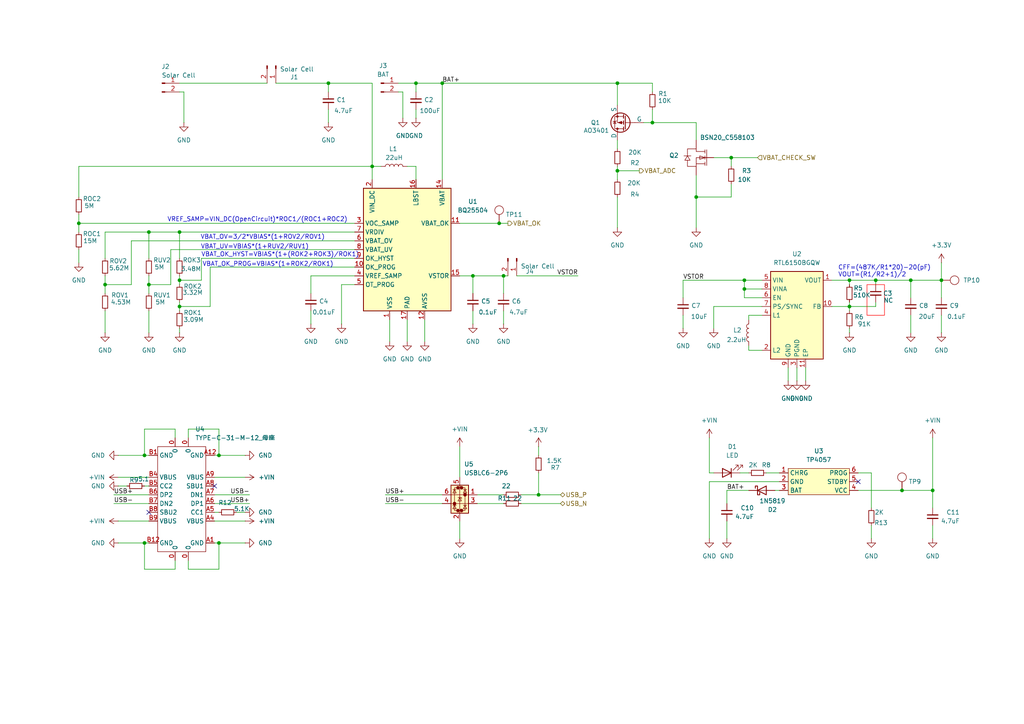
<source format=kicad_sch>
(kicad_sch (version 20231120) (generator "eeschema") (generator_version "8.0")
  (paper "A4")
  (lib_symbols
    (symbol "Battery_Management:BQ25504"
      (property "Reference" "U" (at -7.62 20.32 0))
      (property "Value" "BQ25504" (at -7.62 22.86 0))
      (symbol "BQ25504_1_1"
        (pin power_in line (at -5.08 -20.32 90) (length 2.54) (name "VSS") (number "1"))
        (pin input line (at -15.24 -5.08 0) (length 2.54) (name "OK_PROG") (number "10"))
        (pin output line (at 15.24 7.62 180) (length 2.54) (name "VBAT_OK") (number "11"))
        (pin power_in line (at 5.08 -20.32 90) (length 2.54) (name "AVSS") (number "12"))
        (pin passive line (at -5.08 -20.32 90) (length 2.54) hide (name "VSS") (number "13"))
        (pin power_out line (at 10.16 20.32 270) (length 2.54) (name "VBAT") (number "14"))
        (pin bidirectional line (at 15.24 -7.62 180) (length 2.54) (name "VSTOR") (number "15"))
        (pin bidirectional line (at 2.54 20.32 270) (length 2.54) (name "LBST") (number "16"))
        (pin passive line (at 0 -20.32 90) (length 2.54) (name "PAD") (number "17"))
        (pin power_in line (at -10.16 20.32 270) (length 2.54) (name "VIN_DC") (number "2"))
        (pin input line (at -15.24 7.62 0) (length 2.54) (name "VOC_SAMP") (number "3"))
        (pin bidirectional line (at -15.24 -7.62 0) (length 2.54) (name "VREF_SAMP") (number "4"))
        (pin input line (at -15.24 -10.16 0) (length 2.54) (name "OT_PROG") (number "5"))
        (pin input line (at -15.24 2.54 0) (length 2.54) (name "VBAT_OV") (number "6"))
        (pin output line (at -15.24 5.08 0) (length 2.54) (name "VRDIV") (number "7"))
        (pin input line (at -15.24 0 0) (length 2.54) (name "VBAT_UV") (number "8"))
        (pin input line (at -15.24 -2.54 0) (length 2.54) (name "OK_HYST") (number "9"))
      )
    )
    (symbol "Connector:Conn_01x02_Pin" (pin_names (offset 1.016) hide)
      (property "Reference" "J" (at 0 2.54 0))
      (property "Value" "Conn_01x02_Pin" (at 0 -5.08 0))
      (symbol "Conn_01x02_Pin_1_1"
        (pin passive line (at 5.08 0 180) (length 3.81) (name "Pin_1") (number "1"))
        (pin passive line (at 5.08 -2.54 180) (length 3.81) (name "Pin_2") (number "2"))
      )
    )
    (symbol "Device:C_Small" (pin_numbers hide) (pin_names (offset 0.254) hide)
      (property "Reference" "C" (at 0.254 1.778 0))
      (property "Value" "C_Small" (at 0.254 -2.032 0))
      (symbol "C_Small_1_1"
        (pin passive line (at 0 2.54 270) (length 2.032) (name "~") (number "1"))
        (pin passive line (at 0 -2.54 90) (length 2.032) (name "~") (number "2"))
      )
    )
    (symbol "Device:D_Schottky" (pin_numbers hide) (pin_names (offset 1.016) hide)
      (property "Reference" "D" (at 0 2.54 0))
      (property "Value" "D_Schottky" (at 0 -2.54 0))
      (symbol "D_Schottky_1_1"
        (pin passive line (at -3.81 0 0) (length 2.54) (name "K") (number "1"))
        (pin passive line (at 3.81 0 180) (length 2.54) (name "A") (number "2"))
      )
    )
    (symbol "Device:L" (pin_numbers hide) (pin_names (offset 1.016) hide)
      (property "Reference" "L" (at -1.27 0 90))
      (property "Value" "L" (at 1.905 0 90))
      (symbol "L_1_1"
        (pin passive line (at 0 3.81 270) (length 1.27) (name "1") (number "1"))
        (pin passive line (at 0 -3.81 90) (length 1.27) (name "2") (number "2"))
      )
    )
    (symbol "Device:LED" (pin_numbers hide) (pin_names (offset 1.016) hide)
      (property "Reference" "D" (at 0 2.54 0))
      (property "Value" "LED" (at 0 -2.54 0))
      (symbol "LED_1_1"
        (pin passive line (at -3.81 0 0) (length 2.54) (name "K") (number "1"))
        (pin passive line (at 3.81 0 180) (length 2.54) (name "A") (number "2"))
      )
    )
    (symbol "Device:R_Small" (pin_numbers hide) (pin_names (offset 0.254) hide)
      (property "Reference" "R" (at 0.762 0.508 0))
      (property "Value" "R_Small" (at 0.762 -1.016 0))
      (symbol "R_Small_1_1"
        (pin passive line (at 0 2.54 270) (length 0.762) (name "~") (number "1"))
        (pin passive line (at 0 -2.54 90) (length 0.762) (name "~") (number "2"))
      )
    )
    (symbol "My_Library:BSN20_C558103" (pin_numbers hide) (pin_names (offset 1.016) hide)
      (property "Reference" "Q" (at 0 0 0))
      (property "Value" "BSN20_C558103" (at 0 0 0))
      (symbol "BSN20_C558103_1_1"
        (pin input line (at -5.08 0 0) (length 2.54) (name "G") (number "1"))
        (pin input line (at 0 -5.08 90) (length 2.54) (name "S") (number "2"))
        (pin input line (at 0 5.08 270) (length 2.54) (name "D") (number "3"))
      )
    )
    (symbol "My_Library:TP" (pin_numbers hide)
      (property "Reference" "TP" (at -2.54 -2.54 0))
      (symbol "TP_1_1"
        (pin passive line (at 0 -1.27 90) (length 2.54) (name "") (number "1"))
      )
    )
    (symbol "My_Library:TYPE-C-31-M-12_母座"
      (property "Reference" "U" (at -8.89 17.78 0))
      (property "Value" "TYPE-C-31-M-12_母座" (at 1.27 -24.13 0))
      (symbol "TYPE-C-31-M-12_母座_1_1"
        (pin passive line (at -1.27 -19.05 90) (length 2.54) (name "0") (number "0"))
        (pin passive line (at -1.27 16.51 270) (length 2.54) (name "0") (number "0"))
        (pin passive line (at 2.54 -19.05 90) (length 2.54) (name "0") (number "0"))
        (pin passive line (at 2.54 16.51 270) (length 2.54) (name "0") (number "0"))
        (pin passive line (at 10.16 -13.97 180) (length 2.54) (name "GND") (number "A1"))
        (pin passive line (at 10.16 11.43 180) (length 2.54) (name "GND") (number "A12"))
        (pin passive line (at 10.16 -7.62 180) (length 2.54) (name "VBUS") (number "A4"))
        (pin passive line (at 10.16 -5.08 180) (length 2.54) (name "CC1") (number "A5"))
        (pin passive line (at 10.16 -2.54 180) (length 2.54) (name "DP1") (number "A6"))
        (pin passive line (at 10.16 0 180) (length 2.54) (name "DN1") (number "A7"))
        (pin passive line (at 10.16 2.54 180) (length 2.54) (name "SBU1") (number "A8"))
        (pin passive line (at 10.16 5.08 180) (length 2.54) (name "VBUS") (number "A9"))
        (pin passive line (at -8.89 11.43 0) (length 2.54) (name "GND") (number "B1"))
        (pin passive line (at -8.89 -13.97 0) (length 2.54) (name "GND") (number "B12"))
        (pin passive line (at -8.89 5.08 0) (length 2.54) (name "VBUS") (number "B4"))
        (pin passive line (at -8.89 2.54 0) (length 2.54) (name "CC2") (number "B5"))
        (pin passive line (at -8.89 0 0) (length 2.54) (name "DP2") (number "B6"))
        (pin passive line (at -8.89 -2.54 0) (length 2.54) (name "DN2") (number "B7"))
        (pin passive line (at -8.89 -5.08 0) (length 2.54) (name "SBU2") (number "B8"))
        (pin passive line (at -8.89 -7.62 0) (length 2.54) (name "VBUS") (number "B9"))
      )
    )
    (symbol "My_Power_Library:RTL6150BGQW"
      (property "Reference" "U" (at -7.62 13.97 0))
      (property "Value" "RTL6150BGQW" (at 5.08 13.97 0))
      (symbol "RTL6150BGQW_1_1"
        (pin power_out line (at 10.16 10.16 180) (length 2.54) (name "VOUT") (number "1"))
        (pin input line (at 10.16 2.54 180) (length 2.54) (name "FB") (number "10"))
        (pin passive line (at 2.54 -15.24 90) (length 2.54) (name "EP") (number "11"))
        (pin input line (at -10.16 -10.16 0) (length 2.54) (name "L2") (number "2"))
        (pin power_in line (at 0 -15.24 90) (length 2.54) (name "PGND") (number "3"))
        (pin input line (at -10.16 0 0) (length 2.54) (name "L1") (number "4"))
        (pin power_in line (at -10.16 10.16 0) (length 2.54) (name "VIN") (number "5"))
        (pin input line (at -10.16 5.08 0) (length 2.54) (name "EN") (number "6"))
        (pin input line (at -10.16 2.54 0) (length 2.54) (name "PS/SYNC") (number "7"))
        (pin power_in line (at -10.16 7.62 0) (length 2.54) (name "VINA") (number "8"))
        (pin power_in line (at -2.54 -15.24 90) (length 2.54) (name "GND") (number "9"))
      )
    )
    (symbol "My_Power_Library:TP4057"
      (property "Reference" "U" (at 5.588 7.112 0))
      (property "Value" "TP4057" (at 0.254 6.858 0))
      (symbol "TP4057_1_1"
        (pin passive line (at -11.43 3.81 0) (length 2.54) (name "CHRG") (number "1"))
        (pin passive line (at -11.43 1.27 0) (length 2.54) (name "GND") (number "2"))
        (pin passive line (at -11.43 -1.27 0) (length 2.54) (name "BAT") (number "3"))
        (pin passive line (at 11.43 -1.27 180) (length 2.54) (name "VCC") (number "4"))
        (pin passive line (at 11.43 1.27 180) (length 2.54) (name "STDBY") (number "5"))
        (pin passive line (at 11.43 3.81 180) (length 2.54) (name "PROG") (number "6"))
      )
    )
    (symbol "My_Transistor_Library:AO3401" (pin_numbers hide) (pin_names (offset 0))
      (property "Reference" "Q" (at 5.08 1.27 0))
      (property "Value" "AO3401" (at 5.08 -1.27 0))
      (symbol "AO3401_1_1"
        (pin input line (at -5.08 0 0) (length 2.54) (name "G") (number "1"))
        (pin passive line (at 2.54 -5.08 90) (length 2.54) (name "S") (number "2"))
        (pin passive line (at 2.54 5.08 270) (length 2.54) (name "D") (number "3"))
      )
    )
    (symbol "Power_Protection:USBLC6-2P6" (pin_names hide)
      (property "Reference" "U" (at 0.635 5.715 0))
      (property "Value" "USBLC6-2P6" (at 0.635 3.81 0))
      (symbol "USBLC6-2P6_1_1"
        (pin passive line (at -5.08 0 0) (length 2.54) (name "I/O1") (number "1"))
        (pin passive line (at 0 -7.62 90) (length 2.54) (name "GND") (number "2"))
        (pin passive line (at -5.08 -2.54 0) (length 2.54) (name "I/O2") (number "3"))
        (pin passive line (at 5.08 -2.54 180) (length 2.54) (name "I/O2") (number "4"))
        (pin passive line (at 0 5.08 270) (length 2.54) (name "VBUS") (number "5"))
        (pin passive line (at 5.08 0 180) (length 2.54) (name "I/O1") (number "6"))
      )
    )
    (symbol "power:+3.3V" (power) (pin_numbers hide) (pin_names (offset 0) hide)
      (property "Value" "+3.3V" (at 0 3.556 0))
      (symbol "+3.3V_1_1"
        (pin power_in line (at 0 0 90) (length 0) (name "~") (number "1"))
      )
    )
    (symbol "power:+9V" (power) (pin_numbers hide) (pin_names (offset 0) hide)
      (property "Value" "+9V" (at 0 3.556 0))
      (symbol "+9V_1_1"
        (pin power_in line (at 0 0 90) (length 0) (name "~") (number "1"))
      )
    )
    (symbol "power:GND" (power) (pin_numbers hide) (pin_names (offset 0) hide)
      (property "Value" "GND" (at 0 -3.81 0))
      (symbol "GND_1_1"
        (pin power_in line (at 0 0 270) (length 0) (name "~") (number "1"))
      )
    )
  )
  (junction (at 179.07 24.13))
  (junction (at 95.25 24.13))
  (junction (at 212.09 45.72))
  (junction (at 246.38 88.9))
  (junction (at 43.18 67.31))
  (junction (at 261.62 142.24))
  (junction (at 146.05 80.01))
  (junction (at 43.18 82.55))
  (junction (at 120.65 24.13))
  (junction (at 156.21 143.51))
  (junction (at 41.91 157.48))
  (junction (at 128.27 24.13))
  (junction (at 63.5 132.08))
  (junction (at 215.9 83.82))
  (junction (at 201.93 57.15))
  (junction (at 270.51 142.24))
  (junction (at 254 81.28))
  (junction (at 273.05 81.28))
  (junction (at 30.48 82.55))
  (junction (at 63.5 157.48))
  (junction (at 246.38 81.28))
  (junction (at 52.07 81.28))
  (junction (at 264.16 81.28))
  (junction (at 144.78 64.77))
  (junction (at 189.23 35.56))
  (junction (at 22.86 64.77))
  (junction (at 137.16 80.01))
  (junction (at 107.95 48.26))
  (junction (at 52.07 67.31))
  (junction (at 41.91 132.08))
  (junction (at 179.07 49.53))
  (junction (at 215.9 81.28))
  (junction (at 52.07 88.9))
  (no_connect (at 62.23 140.97))
  (no_connect (at 248.92 139.7))
  (no_connect (at 43.18 148.59))
  (wire (pts (xy 215.9 86.36) (xy 215.9 83.82)))
  (wire (pts (xy 120.65 48.26) (xy 118.11 48.26)))
  (wire (pts (xy 43.18 90.17) (xy 43.18 96.52)))
  (wire (pts (xy 137.16 93.98) (xy 137.16 90.17)))
  (wire (pts (xy 43.18 67.31) (xy 43.18 74.93)))
  (wire (pts (xy 33.02 143.51) (xy 43.18 143.51)))
  (wire (pts (xy 156.21 137.16) (xy 156.21 143.51)))
  (wire (pts (xy 273.05 76.2) (xy 273.05 81.28)))
  (wire (pts (xy 72.39 143.51) (xy 62.23 143.51)))
  (wire (pts (xy 210.82 142.24) (xy 210.82 146.05)))
  (wire (pts (xy 224.79 142.24) (xy 226.06 142.24)))
  (wire (pts (xy 80.01 24.13) (xy 95.25 24.13)))
  (wire (pts (xy 95.25 24.13) (xy 107.95 24.13)))
  (wire (pts (xy 63.5 124.46) (xy 54.61 124.46)))
  (wire (pts (xy 246.38 88.9) (xy 246.38 90.17)))
  (wire (pts (xy 99.06 82.55) (xy 99.06 93.98)))
  (wire (pts (xy 123.19 92.71) (xy 123.19 99.06)))
  (wire (pts (xy 38.1 69.85) (xy 102.87 69.85)))
  (wire (pts (xy 107.95 48.26) (xy 110.49 48.26)))
  (wire (pts (xy 63.5 165.1) (xy 54.61 165.1)))
  (wire (pts (xy 179.07 57.15) (xy 179.07 66.04)))
  (wire (pts (xy 102.87 80.01) (xy 90.17 80.01)))
  (wire (pts (xy 49.53 72.39) (xy 49.53 82.55)))
  (wire (pts (xy 116.84 26.67) (xy 116.84 34.29)))
  (wire (pts (xy 189.23 35.56) (xy 186.69 35.56)))
  (wire (pts (xy 102.87 77.47) (xy 60.96 77.47)))
  (wire (pts (xy 120.65 34.29) (xy 120.65 31.75)))
  (wire (pts (xy 52.07 24.13) (xy 77.47 24.13)))
  (wire (pts (xy 215.9 81.28) (xy 220.98 81.28)))
  (wire (pts (xy 254 88.9) (xy 246.38 88.9)))
  (wire (pts (xy 71.12 132.08) (xy 63.5 132.08)))
  (wire (pts (xy 22.86 48.26) (xy 107.95 48.26)))
  (wire (pts (xy 62.23 157.48) (xy 63.5 157.48)))
  (wire (pts (xy 43.18 82.55) (xy 49.53 82.55)))
  (wire (pts (xy 246.38 81.28) (xy 254 81.28)))
  (wire (pts (xy 133.35 151.13) (xy 133.35 156.21)))
  (wire (pts (xy 151.13 146.05) (xy 162.56 146.05)))
  (wire (pts (xy 205.74 127) (xy 205.74 137.16)))
  (wire (pts (xy 63.5 157.48) (xy 63.5 165.1)))
  (wire (pts (xy 210.82 142.24) (xy 217.17 142.24)))
  (wire (pts (xy 107.95 24.13) (xy 107.95 48.26)))
  (wire (pts (xy 30.48 67.31) (xy 43.18 67.31)))
  (wire (pts (xy 22.86 48.26) (xy 22.86 57.15)))
  (wire (pts (xy 273.05 96.52) (xy 273.05 91.44)))
  (wire (pts (xy 90.17 80.01) (xy 90.17 85.09)))
  (wire (pts (xy 138.43 143.51) (xy 146.05 143.51)))
  (wire (pts (xy 246.38 88.9) (xy 241.3 88.9)))
  (wire (pts (xy 22.86 67.31) (xy 22.86 64.77)))
  (wire (pts (xy 58.42 74.93) (xy 58.42 81.28)))
  (wire (pts (xy 90.17 90.17) (xy 90.17 93.98)))
  (wire (pts (xy 115.57 24.13) (xy 120.65 24.13)))
  (wire (pts (xy 120.65 24.13) (xy 120.65 26.67)))
  (wire (pts (xy 30.48 82.55) (xy 30.48 85.09)))
  (wire (pts (xy 264.16 81.28) (xy 273.05 81.28)))
  (wire (pts (xy 38.1 82.55) (xy 38.1 69.85)))
  (wire (pts (xy 179.07 48.26) (xy 179.07 49.53)))
  (wire (pts (xy 231.14 110.49) (xy 231.14 106.68)))
  (wire (pts (xy 111.76 143.51) (xy 128.27 143.51)))
  (wire (pts (xy 261.62 142.24) (xy 270.51 142.24)))
  (wire (pts (xy 30.48 82.55) (xy 38.1 82.55)))
  (wire (pts (xy 60.96 77.47) (xy 60.96 88.9)))
  (wire (pts (xy 179.07 24.13) (xy 179.07 30.48)))
  (wire (pts (xy 246.38 96.52) (xy 246.38 95.25)))
  (wire (pts (xy 111.76 146.05) (xy 128.27 146.05)))
  (wire (pts (xy 156.21 143.51) (xy 162.56 143.51)))
  (wire (pts (xy 264.16 81.28) (xy 264.16 86.36)))
  (wire (pts (xy 252.73 137.16) (xy 252.73 147.32)))
  (wire (pts (xy 198.12 95.25) (xy 198.12 91.44)))
  (wire (pts (xy 71.12 157.48) (xy 63.5 157.48)))
  (wire (pts (xy 156.21 129.54) (xy 156.21 132.08)))
  (wire (pts (xy 62.23 138.43) (xy 71.12 138.43)))
  (wire (pts (xy 246.38 87.63) (xy 246.38 88.9)))
  (wire (pts (xy 52.07 87.63) (xy 52.07 88.9)))
  (wire (pts (xy 179.07 49.53) (xy 179.07 52.07)))
  (wire (pts (xy 248.92 142.24) (xy 261.62 142.24)))
  (wire (pts (xy 52.07 96.52) (xy 52.07 95.25)))
  (wire (pts (xy 246.38 81.28) (xy 246.38 82.55)))
  (wire (pts (xy 254 81.28) (xy 254 82.55)))
  (wire (pts (xy 137.16 80.01) (xy 137.16 85.09)))
  (wire (pts (xy 228.6 110.49) (xy 228.6 106.68)))
  (wire (pts (xy 264.16 96.52) (xy 264.16 91.44)))
  (wire (pts (xy 254 87.63) (xy 254 88.9)))
  (wire (pts (xy 205.74 139.7) (xy 205.74 156.21)))
  (wire (pts (xy 189.23 31.75) (xy 189.23 35.56)))
  (wire (pts (xy 226.06 139.7) (xy 205.74 139.7)))
  (wire (pts (xy 33.02 146.05) (xy 43.18 146.05)))
  (wire (pts (xy 118.11 92.71) (xy 118.11 99.06)))
  (wire (pts (xy 205.74 137.16) (xy 207.01 137.16)))
  (wire (pts (xy 241.3 81.28) (xy 246.38 81.28)))
  (wire (pts (xy 233.68 110.49) (xy 233.68 106.68)))
  (wire (pts (xy 198.12 81.28) (xy 215.9 81.28)))
  (wire (pts (xy 41.91 132.08) (xy 41.91 124.46)))
  (wire (pts (xy 201.93 57.15) (xy 212.09 57.15)))
  (wire (pts (xy 220.98 101.6) (xy 217.17 101.6)))
  (wire (pts (xy 102.87 82.55) (xy 99.06 82.55)))
  (wire (pts (xy 254 81.28) (xy 264.16 81.28)))
  (wire (pts (xy 43.18 80.01) (xy 43.18 82.55)))
  (wire (pts (xy 34.29 140.97) (xy 36.83 140.97)))
  (wire (pts (xy 30.48 80.01) (xy 30.48 82.55)))
  (wire (pts (xy 30.48 90.17) (xy 30.48 96.52)))
  (wire (pts (xy 207.01 88.9) (xy 207.01 95.25)))
  (wire (pts (xy 68.58 148.59) (xy 71.12 148.59)))
  (wire (pts (xy 54.61 165.1) (xy 54.61 162.56)))
  (wire (pts (xy 215.9 83.82) (xy 215.9 81.28)))
  (wire (pts (xy 102.87 74.93) (xy 58.42 74.93)))
  (wire (pts (xy 52.07 67.31) (xy 102.87 67.31)))
  (wire (pts (xy 63.5 132.08) (xy 63.5 124.46)))
  (wire (pts (xy 41.91 157.48) (xy 43.18 157.48)))
  (wire (pts (xy 222.25 137.16) (xy 226.06 137.16)))
  (wire (pts (xy 146.05 80.01) (xy 137.16 80.01)))
  (wire (pts (xy 210.82 151.13) (xy 210.82 156.21)))
  (wire (pts (xy 220.98 88.9) (xy 207.01 88.9)))
  (wire (pts (xy 270.51 127) (xy 270.51 142.24)))
  (wire (pts (xy 201.93 57.15) (xy 201.93 66.04)))
  (wire (pts (xy 22.86 62.23) (xy 22.86 64.77)))
  (wire (pts (xy 52.07 81.28) (xy 58.42 81.28)))
  (wire (pts (xy 49.53 72.39) (xy 102.87 72.39)))
  (wire (pts (xy 146.05 80.01) (xy 146.05 85.09)))
  (wire (pts (xy 54.61 124.46) (xy 54.61 127)))
  (wire (pts (xy 34.29 138.43) (xy 43.18 138.43)))
  (wire (pts (xy 120.65 52.07) (xy 120.65 48.26)))
  (wire (pts (xy 146.05 146.05) (xy 138.43 146.05)))
  (wire (pts (xy 52.07 67.31) (xy 52.07 74.93)))
  (wire (pts (xy 270.51 142.24) (xy 270.51 147.32)))
  (wire (pts (xy 212.09 57.15) (xy 212.09 53.34)))
  (wire (pts (xy 214.63 137.16) (xy 217.17 137.16)))
  (wire (pts (xy 34.29 151.13) (xy 43.18 151.13)))
  (wire (pts (xy 201.93 50.8) (xy 201.93 57.15)))
  (wire (pts (xy 185.42 49.53) (xy 179.07 49.53)))
  (wire (pts (xy 144.78 64.77) (xy 147.32 64.77)))
  (wire (pts (xy 22.86 72.39) (xy 22.86 76.2)))
  (wire (pts (xy 43.18 82.55) (xy 43.18 85.09)))
  (wire (pts (xy 201.93 35.56) (xy 189.23 35.56)))
  (wire (pts (xy 41.91 132.08) (xy 43.18 132.08)))
  (wire (pts (xy 62.23 148.59) (xy 63.5 148.59)))
  (wire (pts (xy 179.07 24.13) (xy 189.23 24.13)))
  (wire (pts (xy 220.98 86.36) (xy 215.9 86.36)))
  (wire (pts (xy 72.39 146.05) (xy 62.23 146.05)))
  (wire (pts (xy 217.17 91.44) (xy 217.17 92.71)))
  (wire (pts (xy 212.09 48.26) (xy 212.09 45.72)))
  (wire (pts (xy 128.27 52.07) (xy 128.27 24.13)))
  (wire (pts (xy 273.05 81.28) (xy 273.05 86.36)))
  (wire (pts (xy 147.32 80.01) (xy 146.05 80.01)))
  (wire (pts (xy 189.23 24.13) (xy 189.23 26.67)))
  (wire (pts (xy 198.12 81.28) (xy 198.12 86.36)))
  (wire (pts (xy 120.65 24.13) (xy 128.27 24.13)))
  (wire (pts (xy 52.07 88.9) (xy 60.96 88.9)))
  (wire (pts (xy 30.48 67.31) (xy 30.48 74.93)))
  (wire (pts (xy 252.73 152.4) (xy 252.73 156.21)))
  (wire (pts (xy 52.07 81.28) (xy 52.07 82.55)))
  (wire (pts (xy 62.23 132.08) (xy 63.5 132.08)))
  (wire (pts (xy 116.84 26.67) (xy 115.57 26.67)))
  (wire (pts (xy 107.95 48.26) (xy 107.95 52.07)))
  (wire (pts (xy 53.34 26.67) (xy 53.34 35.56)))
  (wire (pts (xy 34.29 157.48) (xy 41.91 157.48)))
  (wire (pts (xy 41.91 165.1) (xy 50.8 165.1)))
  (wire (pts (xy 62.23 151.13) (xy 71.12 151.13)))
  (wire (pts (xy 128.27 24.13) (xy 179.07 24.13)))
  (wire (pts (xy 50.8 165.1) (xy 50.8 162.56)))
  (wire (pts (xy 212.09 45.72) (xy 207.01 45.72)))
  (wire (pts (xy 133.35 129.54) (xy 133.35 138.43)))
  (wire (pts (xy 52.07 80.01) (xy 52.07 81.28)))
  (wire (pts (xy 41.91 140.97) (xy 43.18 140.97)))
  (wire (pts (xy 146.05 93.98) (xy 146.05 90.17)))
  (wire (pts (xy 179.07 40.64) (xy 179.07 43.18)))
  (wire (pts (xy 167.64 80.01) (xy 149.86 80.01)))
  (wire (pts (xy 52.07 88.9) (xy 52.07 90.17)))
  (wire (pts (xy 43.18 67.31) (xy 52.07 67.31)))
  (wire (pts (xy 220.98 91.44) (xy 217.17 91.44)))
  (wire (pts (xy 34.29 132.08) (xy 41.91 132.08)))
  (wire (pts (xy 53.34 26.67) (xy 52.07 26.67)))
  (wire (pts (xy 95.25 35.56) (xy 95.25 31.75)))
  (wire (pts (xy 151.13 143.51) (xy 156.21 143.51)))
  (wire (pts (xy 113.03 92.71) (xy 113.03 99.06)))
  (wire (pts (xy 248.92 137.16) (xy 252.73 137.16)))
  (wire (pts (xy 217.17 101.6) (xy 217.17 100.33)))
  (wire (pts (xy 212.09 45.72) (xy 219.71 45.72)))
  (wire (pts (xy 137.16 80.01) (xy 133.35 80.01)))
  (wire (pts (xy 41.91 124.46) (xy 50.8 124.46)))
  (wire (pts (xy 95.25 24.13) (xy 95.25 26.67)))
  (wire (pts (xy 41.91 157.48) (xy 41.91 165.1)))
  (wire (pts (xy 201.93 40.64) (xy 201.93 35.56)))
  (wire (pts (xy 133.35 64.77) (xy 144.78 64.77)))
  (wire (pts (xy 270.51 152.4) (xy 270.51 156.21)))
  (wire (pts (xy 22.86 64.77) (xy 102.87 64.77)))
  (wire (pts (xy 50.8 124.46) (xy 50.8 127)))
  (wire (pts (xy 220.98 83.82) (xy 215.9 83.82)))
  (rectangle (start 251.46 82.55) (end 256.54 91.44) (stroke (width 0) (color 255 0 0 1)))
  (text "VBAT_OV=3/2*VBIAS*(1+ROV2/ROV1)" (at 76.2 68.834 0) (effects (font (size 1.27 1.27))))
  (text "VREF_SAMP=VIN_DC(OpenCircuit)*ROC1/(ROC1+ROC2)" (at 74.676 63.754 0) (effects (font (size 1.27 1.27))))
  (text "VOUT=(R1/R2+1)/2" (at 252.984 79.756 0) (effects (font (size 1.27 1.27))))
  (text "CFF=(487K/R1*20)-20(pF)" (at 256.54 77.724 0) (effects (font (size 1.27 1.27))))
  (text "VBAT_OK_HYST=VBIAS*(1+(ROK2+ROK3)/ROK1)" (at 81.28 73.914 0) (effects (font (size 1.27 1.27))))
  (text "VBAT_UV=VBIAS*(1+RUV2/RUV1)" (at 73.914 71.628 0) (effects (font (size 1.27 1.27))))
  (text "VBAT_OK_PROG=VBIAS*(1+ROK2/ROK1)" (at 77.724 76.708 0) (effects (font (size 1.27 1.27))))
  (label "VSTOR" (at 198.12 81.28 0))
  (label "VSTOR" (at 167.64 80.01 180))
  (label "BAT+" (at 128.27 24.13 0))
  (label "BAT+" (at 210.82 142.24 0))
  (label "USB-" (at 72.39 143.51 180))
  (label "USB+" (at 33.02 143.51 0))
  (label "USB-" (at 33.02 146.05 0))
  (label "USB+" (at 72.39 146.05 180))
  (label "USB+" (at 111.76 143.51 0))
  (label "USB-" (at 111.76 146.05 0))
  (hierarchical_label "VBAT_ADC" (shape output) (at 185.42 49.53 0))
  (hierarchical_label "VBAT_CHECK_SW" (shape input) (at 219.71 45.72 0))
  (hierarchical_label "USB_P" (shape bidirectional) (at 162.56 143.51 0))
  (hierarchical_label "VBAT_OK" (shape output) (at 147.32 64.77 0))
  (hierarchical_label "USB_N" (shape bidirectional) (at 162.56 146.05 0))
  (symbol (lib_id "power:GND") (at 201.93 66.04 0) (mirror y) (unit 1)
    (property "Reference" "#PWR06" (effects (hide yes)))
    (property "Value" "GND" (at 201.93 71.12 0))
    (property "Description" "Power symbol creates a global label with name \"GND\" , ground" (effects (hide yes)))
  )
  (symbol (lib_id "Device:C_Small") (at 270.51 149.86 0) (mirror y) (unit 1)
    (property "Reference" "C11" (at 278.384 148.59 0) (effects (justify left)))
    (property "Value" "4.7uF" (at 278.384 151.1237 0) (effects (justify left)))
    (property "Footprint" "Capacitor_SMD:C_0603_1608Metric" (effects (hide yes)))
    (property "Description" "Unpolarized capacitor, small symbol" (effects (hide yes)))
  )
  (symbol (lib_id "Device:R_Small") (at 219.71 137.16 90) (unit 1)
    (property "Reference" "R8" (at 222.25 134.874 90))
    (property "Value" "2K" (at 218.44 134.874 90))
    (property "Footprint" "Resistor_SMD:R_0603_1608Metric" (effects (hide yes)))
    (property "Description" "Resistor, small symbol" (effects (hide yes)))
  )
  (symbol (lib_id "My_Power_Library:TP4057") (at 237.49 140.97 0) (unit 1)
    (property "Reference" "U3" (at 237.49 130.81 0))
    (property "Value" "TP4057" (at 237.49 133.35 0))
    (property "Footprint" "Package_TO_SOT_SMD:SOT-23-6" (effects (hide yes)))
  )
  (symbol (lib_id "Device:C_Small") (at 137.16 87.63 0) (mirror y) (unit 1)
    (property "Reference" "C5" (at 142.24 87.376 0) (effects (justify left)))
    (property "Value" "0.1uF" (at 144.272 90.5447 0) (effects (justify left)))
    (property "Footprint" "Capacitor_SMD:C_0603_1608Metric" (effects (hide yes)))
    (property "Description" "Unpolarized capacitor, small symbol" (effects (hide yes)))
  )
  (symbol (lib_id "power:GND") (at 231.14 110.49 0) (unit 1)
    (property "Reference" "#PWR025" (effects (hide yes)))
    (property "Value" "GND" (at 231.14 115.57 0))
    (property "Description" "Power symbol creates a global label with name \"GND\" , ground" (effects (hide yes)))
  )
  (symbol (lib_id "power:+9V") (at 34.29 151.13 90) (unit 1)
    (property "Reference" "#PWR037" (effects (hide yes)))
    (property "Value" "+VIN" (at 30.48 151.1299 90) (effects (justify left)))
    (property "Description" "Power symbol creates a global label with name \"+9V\"" (effects (hide yes)))
  )
  (symbol (lib_id "Device:C_Small") (at 264.16 88.9 0) (mirror y) (unit 1)
    (property "Reference" "C8" (at 269.24 88.646 0) (effects (justify left)))
    (property "Value" "20uF" (at 271.272 91.8147 0) (effects (justify left)))
    (property "Footprint" "Capacitor_SMD:C_0603_1608Metric" (effects (hide yes)))
    (property "Description" "Unpolarized capacitor, small symbol" (effects (hide yes)))
  )
  (symbol (lib_id "Device:R_Small") (at 148.59 146.05 90) (unit 1)
    (property "Reference" "R11" (at 146.304 144.526 90))
    (property "Value" "22" (at 150.114 144.526 90))
    (property "Footprint" "Resistor_SMD:R_0603_1608Metric" (effects (hide yes)))
    (property "Description" "Resistor, small symbol" (effects (hide yes)))
  )
  (symbol (lib_id "Device:C_Small") (at 254 85.09 0) (mirror y) (unit 1) (on_board no)
    (property "Reference" "C3" (at 258.826 85.09 0) (effects (justify left)))
    (property "Value" "NC" (at 259.08 87.122 0) (effects (justify left)))
    (property "Footprint" "Capacitor_SMD:C_0603_1608Metric" (effects (hide yes)))
    (property "Description" "Unpolarized capacitor, small symbol" (effects (hide yes)))
  )
  (symbol (lib_id "power:GND") (at 95.25 35.56 0) (unit 1)
    (property "Reference" "#PWR04" (effects (hide yes)))
    (property "Value" "GND" (at 95.25 40.64 0))
    (property "Description" "Power symbol creates a global label with name \"GND\" , ground" (effects (hide yes)))
  )
  (symbol (lib_id "power:GND") (at 71.12 148.59 90) (mirror x) (unit 1)
    (property "Reference" "#PWR036" (effects (hide yes)))
    (property "Value" "GND" (at 74.93 148.5899 90) (effects (justify right)))
    (property "Description" "Power symbol creates a global label with name \"GND\" , ground" (effects (hide yes)))
  )
  (symbol (lib_id "power:GND") (at 207.01 95.25 0) (unit 1)
    (property "Reference" "#PWR014" (effects (hide yes)))
    (property "Value" "GND" (at 207.01 100.33 0))
    (property "Description" "Power symbol creates a global label with name \"GND\" , ground" (effects (hide yes)))
  )
  (symbol (lib_id "Device:C_Small") (at 120.65 29.21 0) (mirror y) (unit 1)
    (property "Reference" "C2" (at 125.73 28.956 0) (effects (justify left)))
    (property "Value" "100uF" (at 127.762 32.1247 0) (effects (justify left)))
    (property "Footprint" "Capacitor_SMD:C_0603_1608Metric" (effects (hide yes)))
    (property "Description" "Unpolarized capacitor, small symbol" (effects (hide yes)))
  )
  (symbol (lib_id "Device:R_Small") (at 52.07 77.47 180) (unit 1)
    (property "Reference" "ROK3" (at 55.626 75.438 0))
    (property "Value" "3.48M" (at 55.372 77.978 0))
    (property "Footprint" "Resistor_SMD:R_0603_1608Metric" (effects (hide yes)))
    (property "Description" "Resistor, small symbol" (effects (hide yes)))
  )
  (symbol (lib_id "power:GND") (at 52.07 96.52 0) (unit 1)
    (property "Reference" "#PWR017" (effects (hide yes)))
    (property "Value" "GND" (at 52.07 101.6 0))
    (property "Description" "Power symbol creates a global label with name \"GND\" , ground" (effects (hide yes)))
  )
  (symbol (lib_id "Device:LED") (at 210.82 137.16 180) (unit 1)
    (property "Reference" "D1" (at 212.4075 129.54 0))
    (property "Value" "LED" (at 212.4075 132.08 0))
    (property "Footprint" "LED_SMD:LED_0402_1005Metric" (effects (hide yes)))
    (property "Description" "Light emitting diode" (effects (hide yes)))
  )
  (symbol (lib_id "power:+9V") (at 71.12 151.13 270) (unit 1)
    (property "Reference" "#PWR038" (effects (hide yes)))
    (property "Value" "+VIN" (at 74.93 151.1299 90) (effects (justify left)))
    (property "Description" "Power symbol creates a global label with name \"+9V\"" (effects (hide yes)))
  )
  (symbol (lib_id "power:+3.3V") (at 273.05 76.2 0) (unit 1)
    (property "Reference" "#PWR08" (effects (hide yes)))
    (property "Value" "+3.3V" (at 273.05 71.12 0))
    (property "Description" "Power symbol creates a global label with name \"+3.3V\"" (effects (hide yes)))
  )
  (symbol (lib_id "power:GND") (at 228.6 110.49 0) (unit 1)
    (property "Reference" "#PWR024" (effects (hide yes)))
    (property "Value" "GND" (at 228.6 115.57 0))
    (property "Description" "Power symbol creates a global label with name \"GND\" , ground" (effects (hide yes)))
  )
  (symbol (lib_id "Power_Protection:USBLC6-2P6") (at 133.35 143.51 0) (mirror y) (unit 1)
    (property "Reference" "U5" (at 134.62 134.62 0) (effects (justify right)))
    (property "Value" "USBLC6-2P6" (at 134.62 137.16 0) (effects (justify right)))
    (property "Footprint" "Package_TO_SOT_SMD:SOT-666" (effects (hide yes)))
    (property "Datasheet" "https://www.st.com/resource/en/datasheet/usblc6-2.pdf" (effects (hide yes)))
    (property "Description" "Very low capacitance ESD protection diode, 2 data-line, SOT-666" (effects (hide yes)))
  )
  (symbol (lib_id "Device:R_Small") (at 52.07 92.71 180) (unit 1)
    (property "Reference" "ROK1" (at 55.88 90.678 0))
    (property "Value" "3.09M" (at 56.134 92.71 0))
    (property "Footprint" "Resistor_SMD:R_0603_1608Metric" (effects (hide yes)))
    (property "Description" "Resistor, small symbol" (effects (hide yes)))
  )
  (symbol (lib_id "Device:C_Small") (at 95.25 29.21 0) (mirror y) (unit 1)
    (property "Reference" "C1" (at 100.33 28.956 0) (effects (justify left)))
    (property "Value" "4.7uF" (at 102.362 32.1247 0) (effects (justify left)))
    (property "Footprint" "Capacitor_SMD:C_0603_1608Metric" (effects (hide yes)))
    (property "Description" "Unpolarized capacitor, small symbol" (effects (hide yes)))
  )
  (symbol (lib_id "Device:L") (at 114.3 48.26 90) (unit 1)
    (property "Reference" "L1" (at 114.046 43.18 90))
    (property "Value" "22uH" (at 114.3 45.72 90))
    (property "Footprint" "Inductor_SMD:L_Chilisin_BMRx00060630" (effects (hide yes)))
    (property "Description" "Inductor" (effects (hide yes)))
  )
  (symbol (lib_id "power:GND") (at 270.51 156.21 0) (mirror y) (unit 1)
    (property "Reference" "#PWR043" (effects (hide yes)))
    (property "Value" "GND" (at 270.51 161.29 0))
    (property "Description" "Power symbol creates a global label with name \"GND\" , ground" (effects (hide yes)))
  )
  (symbol (lib_id "Device:R_Small") (at 39.37 140.97 90) (unit 1)
    (property "Reference" "R9" (at 38.862 139.192 90))
    (property "Value" "5.1" (at 41.656 138.938 90))
    (property "Footprint" "Resistor_SMD:R_0603_1608Metric" (effects (hide yes)))
    (property "Description" "Resistor, small symbol" (effects (hide yes)))
  )
  (symbol (lib_id "power:GND") (at 99.06 93.98 0) (unit 1)
    (property "Reference" "#PWR010" (effects (hide yes)))
    (property "Value" "GND" (at 99.06 99.06 0))
    (property "Description" "Power symbol creates a global label with name \"GND\" , ground" (effects (hide yes)))
  )
  (symbol (lib_id "Device:R_Small") (at 246.38 85.09 0) (unit 1)
    (property "Reference" "R5" (at 248.92 83.566 0))
    (property "Value" "510K" (at 249.936 85.598 0))
    (property "Footprint" "Resistor_SMD:R_0603_1608Metric" (effects (hide yes)))
    (property "Description" "Resistor, small symbol" (effects (hide yes)))
  )
  (symbol (lib_id "Connector:Conn_01x02_Pin") (at 149.86 74.93 270) (unit 1)
    (property "Reference" "J4" (at 153.67 78.74 90))
    (property "Value" "Solar Cell" (at 155.956 77.216 90))
    (property "Footprint" "My_Library:2p_2.54" (effects (hide yes)))
    (property "Description" "Generic connector, single row, 01x02, script generated" (effects (hide yes)))
  )
  (symbol (lib_id "power:GND") (at 233.68 110.49 0) (unit 1)
    (property "Reference" "#PWR026" (effects (hide yes)))
    (property "Value" "GND" (at 233.68 115.57 0))
    (property "Description" "Power symbol creates a global label with name \"GND\" , ground" (effects (hide yes)))
  )
  (symbol (lib_id "Connector:Conn_01x02_Pin") (at 110.49 24.13 0) (unit 1)
    (property "Reference" "J3" (at 111.125 19.05 0))
    (property "Value" "BAT" (at 111.125 21.59 0))
    (property "Footprint" "My_Library:2p_2.54" (effects (hide yes)))
    (property "Description" "Generic connector, single row, 01x02, script generated" (effects (hide yes)))
  )
  (symbol (lib_id "Device:R_Small") (at 22.86 69.85 180) (unit 1)
    (property "Reference" "ROC1" (at 26.67 67.818 0))
    (property "Value" "15M" (at 26.162 69.85 0))
    (property "Footprint" "Resistor_SMD:R_0603_1608Metric" (effects (hide yes)))
    (property "Description" "Resistor, small symbol" (effects (hide yes)))
  )
  (symbol (lib_id "Device:R_Small") (at 30.48 87.63 180) (unit 1)
    (property "Reference" "ROV1" (at 34.798 85.598 0))
    (property "Value" "4.53M" (at 35.052 87.63 0))
    (property "Footprint" "Resistor_SMD:R_0603_1608Metric" (effects (hide yes)))
    (property "Description" "Resistor, small symbol" (effects (hide yes)))
  )
  (symbol (lib_id "power:GND") (at 252.73 156.21 0) (mirror y) (unit 1)
    (property "Reference" "#PWR042" (effects (hide yes)))
    (property "Value" "GND" (at 252.73 161.29 0))
    (property "Description" "Power symbol creates a global label with name \"GND\" , ground" (effects (hide yes)))
  )
  (symbol (lib_id "power:GND") (at 113.03 99.06 0) (unit 1)
    (property "Reference" "#PWR021" (effects (hide yes)))
    (property "Value" "GND" (at 113.03 104.14 0))
    (property "Description" "Power symbol creates a global label with name \"GND\" , ground" (effects (hide yes)))
  )
  (symbol (lib_id "power:GND") (at 198.12 95.25 0) (unit 1)
    (property "Reference" "#PWR013" (effects (hide yes)))
    (property "Value" "GND" (at 198.12 100.33 0))
    (property "Description" "Power symbol creates a global label with name \"GND\" , ground" (effects (hide yes)))
  )
  (symbol (lib_id "power:GND") (at 90.17 93.98 0) (unit 1)
    (property "Reference" "#PWR09" (effects (hide yes)))
    (property "Value" "GND" (at 90.17 99.06 0))
    (property "Description" "Power symbol creates a global label with name \"GND\" , ground" (effects (hide yes)))
  )
  (symbol (lib_id "power:GND") (at 118.11 99.06 0) (unit 1)
    (property "Reference" "#PWR022" (effects (hide yes)))
    (property "Value" "GND" (at 118.11 104.14 0))
    (property "Description" "Power symbol creates a global label with name \"GND\" , ground" (effects (hide yes)))
  )
  (symbol (lib_id "Device:R_Small") (at 148.59 143.51 90) (unit 1)
    (property "Reference" "R10" (effects (hide yes)))
    (property "Value" "22" (at 146.812 140.97 90))
    (property "Footprint" "Resistor_SMD:R_0603_1608Metric" (effects (hide yes)))
    (property "Description" "Resistor, small symbol" (effects (hide yes)))
  )
  (symbol (lib_id "Device:C_Small") (at 198.12 88.9 0) (mirror y) (unit 1)
    (property "Reference" "C7" (at 203.2 88.646 0) (effects (justify left)))
    (property "Value" "10uF" (at 205.232 91.8147 0) (effects (justify left)))
    (property "Footprint" "Capacitor_SMD:C_0603_1608Metric" (effects (hide yes)))
    (property "Description" "Unpolarized capacitor, small symbol" (effects (hide yes)))
  )
  (symbol (lib_id "My_Library:TP") (at 274.32 81.28 270) (unit 1)
    (property "Reference" "TP10" (at 279.4 81.2799 90) (effects (justify left)))
    (property "Footprint" "My_Library:TP" (effects (hide yes)))
  )
  (symbol (lib_id "power:+9V") (at 133.35 129.54 0) (unit 1)
    (property "Reference" "#PWR029" (effects (hide yes)))
    (property "Value" "+VIN" (at 133.35 124.46 0))
    (property "Description" "Power symbol creates a global label with name \"+9V\"" (effects (hide yes)))
  )
  (symbol (lib_id "My_Power_Library:RTL6150BGQW") (at 231.14 91.44 0) (unit 1)
    (property "Reference" "U2" (at 231.14 73.66 0))
    (property "Value" "RTL6150BGQW" (at 231.14 76.2 0))
    (property "Footprint" "Package_SON:WSON-10-1EP_2.5x2.5mm_P0.5mm_EP1.2x2mm" (effects (hide yes)))
  )
  (symbol (lib_id "power:+9V") (at 270.51 127 0) (unit 1)
    (property "Reference" "#PWR028" (effects (hide yes)))
    (property "Value" "+VIN" (at 270.51 121.92 0))
    (property "Description" "Power symbol creates a global label with name \"+9V\"" (effects (hide yes)))
  )
  (symbol (lib_id "power:GND") (at 246.38 96.52 0) (unit 1)
    (property "Reference" "#PWR018" (effects (hide yes)))
    (property "Value" "GND" (at 246.38 101.6 0))
    (property "Description" "Power symbol creates a global label with name \"GND\" , ground" (effects (hide yes)))
  )
  (symbol (lib_id "Device:C_Small") (at 273.05 88.9 0) (mirror y) (unit 1)
    (property "Reference" "C9" (at 278.13 88.646 0) (effects (justify left)))
    (property "Value" "0.1uF" (at 280.162 91.8147 0) (effects (justify left)))
    (property "Footprint" "Capacitor_SMD:C_0603_1608Metric" (effects (hide yes)))
    (property "Description" "Unpolarized capacitor, small symbol" (effects (hide yes)))
  )
  (symbol (lib_id "Device:R_Small") (at 246.38 92.71 0) (unit 1)
    (property "Reference" "R6" (at 249.174 91.948 0))
    (property "Value" "91K" (at 250.698 93.98 0))
    (property "Footprint" "Resistor_SMD:R_0603_1608Metric" (effects (hide yes)))
    (property "Description" "Resistor, small symbol" (effects (hide yes)))
  )
  (symbol (lib_id "power:GND") (at 179.07 66.04 0) (mirror y) (unit 1)
    (property "Reference" "#PWR05" (effects (hide yes)))
    (property "Value" "GND" (at 179.07 71.12 0))
    (property "Description" "Power symbol creates a global label with name \"GND\" , ground" (effects (hide yes)))
  )
  (symbol (lib_id "power:GND") (at 273.05 96.52 0) (unit 1)
    (property "Reference" "#PWR020" (effects (hide yes)))
    (property "Value" "GND" (at 273.05 101.6 0))
    (property "Description" "Power symbol creates a global label with name \"GND\" , ground" (effects (hide yes)))
  )
  (symbol (lib_id "power:GND") (at 264.16 96.52 0) (unit 1)
    (property "Reference" "#PWR019" (effects (hide yes)))
    (property "Value" "GND" (at 264.16 101.6 0))
    (property "Description" "Power symbol creates a global label with name \"GND\" , ground" (effects (hide yes)))
  )
  (symbol (lib_id "power:GND") (at 34.29 157.48 270) (unit 1)
    (property "Reference" "#PWR044" (effects (hide yes)))
    (property "Value" "GND" (at 30.48 157.4799 90) (effects (justify right)))
    (property "Description" "Power symbol creates a global label with name \"GND\" , ground" (effects (hide yes)))
  )
  (symbol (lib_id "power:GND") (at 120.65 34.29 0) (unit 1)
    (property "Reference" "#PWR02" (effects (hide yes)))
    (property "Value" "GND" (at 120.65 39.37 0))
    (property "Description" "Power symbol creates a global label with name \"GND\" , ground" (effects (hide yes)))
  )
  (symbol (lib_id "power:GND") (at 30.48 96.52 0) (unit 1)
    (property "Reference" "#PWR015" (effects (hide yes)))
    (property "Value" "GND" (at 30.48 101.6 0))
    (property "Description" "Power symbol creates a global label with name \"GND\" , ground" (effects (hide yes)))
  )
  (symbol (lib_id "Device:R_Small") (at 22.86 59.69 180) (unit 1)
    (property "Reference" "ROC2" (at 26.67 57.658 0))
    (property "Value" "5M" (at 25.908 59.69 0))
    (property "Footprint" "Resistor_SMD:R_0603_1608Metric" (effects (hide yes)))
    (property "Description" "Resistor, small symbol" (effects (hide yes)))
  )
  (symbol (lib_id "Battery_Management:BQ25504") (at 118.11 72.39 0) (unit 1)
    (property "Reference" "U1" (at 137.16 58.4514 0))
    (property "Value" "BQ25504" (at 137.16 60.9914 0))
    (property "Footprint" "Package_DFN_QFN:VQFN-16-1EP_3x3mm_P0.5mm_EP1.68x1.68mm" (effects (hide yes)))
    (property "Datasheet" "http://www.ti.com/lit/ds/symlink/bq25504.pdf" (effects (hide yes)))
    (property "Description" "Energy Harvesting Boost Converter with Battery Management, VQFN-16" (effects (hide yes)))
  )
  (symbol (lib_id "power:GND") (at 133.35 156.21 0) (unit 1)
    (property "Reference" "#PWR039" (effects (hide yes)))
    (property "Value" "GND" (at 133.35 161.29 0))
    (property "Description" "Power symbol creates a global label with name \"GND\" , ground" (effects (hide yes)))
  )
  (symbol (lib_id "power:GND") (at 53.34 35.56 0) (unit 1)
    (property "Reference" "#PWR03" (effects (hide yes)))
    (property "Value" "GND" (at 53.34 40.64 0))
    (property "Description" "Power symbol creates a global label with name \"GND\" , ground" (effects (hide yes)))
  )
  (symbol (lib_id "power:GND") (at 43.18 96.52 0) (unit 1)
    (property "Reference" "#PWR016" (effects (hide yes)))
    (property "Value" "GND" (at 43.18 101.6 0))
    (property "Description" "Power symbol creates a global label with name \"GND\" , ground" (effects (hide yes)))
  )
  (symbol (lib_id "Device:R_Small") (at 66.04 148.59 90) (unit 1)
    (property "Reference" "R12" (at 65.278 145.796 90))
    (property "Value" "5.1K" (at 70.104 147.574 90))
    (property "Footprint" "Resistor_SMD:R_0603_1608Metric" (effects (hide yes)))
    (property "Description" "Resistor, small symbol" (effects (hide yes)))
  )
  (symbol (lib_id "Device:R_Small") (at 212.09 50.8 180) (unit 1)
    (property "Reference" "R3" (at 216.535 49.53 0))
    (property "Value" "10K" (at 215.9 52.07 0))
    (property "Footprint" "Resistor_SMD:R_0603_1608Metric" (effects (hide yes)))
    (property "Description" "Resistor, small symbol" (effects (hide yes)))
  )
  (symbol (lib_id "power:GND") (at 116.84 34.29 0) (unit 1)
    (property "Reference" "#PWR01" (effects (hide yes)))
    (property "Value" "GND" (at 116.84 39.37 0))
    (property "Description" "Power symbol creates a global label with name \"GND\" , ground" (effects (hide yes)))
  )
  (symbol (lib_id "Device:C_Small") (at 146.05 87.63 0) (mirror y) (unit 1)
    (property "Reference" "C6" (at 151.13 87.376 0) (effects (justify left)))
    (property "Value" "4.7uF" (at 153.162 90.5447 0) (effects (justify left)))
    (property "Footprint" "Capacitor_SMD:C_0603_1608Metric" (effects (hide yes)))
    (property "Description" "Unpolarized capacitor, small symbol" (effects (hide yes)))
  )
  (symbol (lib_id "Device:C_Small") (at 90.17 87.63 0) (mirror y) (unit 1)
    (property "Reference" "C4" (at 95.25 87.376 0) (effects (justify left)))
    (property "Value" "0.01uF" (at 97.282 90.5447 0) (effects (justify left)))
    (property "Footprint" "Capacitor_SMD:C_0603_1608Metric" (effects (hide yes)))
    (property "Description" "Unpolarized capacitor, small symbol" (effects (hide yes)))
  )
  (symbol (lib_id "Device:L") (at 217.17 96.52 180) (unit 1)
    (property "Reference" "L2" (at 213.868 95.758 0))
    (property "Value" "2.2uH" (at 213.614 98.552 0))
    (property "Footprint" "My_Library:L2.2uh 2A" (effects (hide yes)))
    (property "Description" "Inductor" (effects (hide yes)))
  )
  (symbol (lib_id "power:GND") (at 34.29 140.97 270) (unit 1)
    (property "Reference" "#PWR035" (effects (hide yes)))
    (property "Value" "GND" (at 30.48 140.9699 90) (effects (justify right)))
    (property "Description" "Power symbol creates a global label with name \"GND\" , ground" (effects (hide yes)))
  )
  (symbol (lib_id "Device:R_Small") (at 43.18 87.63 180) (unit 1)
    (property "Reference" "RUV1" (at 46.99 85.598 0))
    (property "Value" "5M" (at 46.482 87.63 0))
    (property "Footprint" "Resistor_SMD:R_0603_1608Metric" (effects (hide yes)))
    (property "Description" "Resistor, small symbol" (effects (hide yes)))
  )
  (symbol (lib_id "My_Transistor_Library:AO3401") (at 181.61 35.56 180) (unit 1)
    (property "Reference" "Q1" (at 172.72 35.56 0))
    (property "Value" "AO3401" (at 172.974 37.846 0))
    (property "Footprint" "Package_TO_SOT_SMD:SOT-23" (effects (hide yes)))
    (property "Description" "P-MOSFET transistor, drain/source/gate" (effects (hide yes)))
    (property "Sim.Device" "PMOS" (effects (hide yes)))
    (property "Sim.Type" "VDMOS" (effects (hide yes)))
    (property "Sim.Pins" "1=D 2=G 3=S" (effects (hide yes)))
  )
  (symbol (lib_id "Device:R_Small") (at 252.73 149.86 0) (unit 1)
    (property "Reference" "R13" (at 255.524 151.638 0))
    (property "Value" "2K" (at 255.016 148.59 0))
    (property "Footprint" "Resistor_SMD:R_0603_1608Metric" (effects (hide yes)))
    (property "Description" "Resistor, small symbol" (effects (hide yes)))
  )
  (symbol (lib_id "My_Library:BSN20_C558103") (at 201.93 45.72 0) (mirror y) (unit 1)
    (property "Reference" "Q2" (at 196.85 45.085 0) (effects (justify left)))
    (property "Value" "BSN20_C558103" (at 218.948 39.878 0) (effects (justify left)))
    (property "Footprint" "My_Library:SOT-23-3_L2.9-W1.3-P1.90-LS2.4-BR" (effects (hide yes)))
  )
  (symbol (lib_id "Device:R_Small") (at 156.21 134.62 180) (unit 1)
    (property "Reference" "R7" (at 161.036 135.636 0))
    (property "Value" "1.5K" (at 160.782 133.604 0))
    (property "Footprint" "Resistor_SMD:R_0603_1608Metric" (effects (hide yes)))
    (property "Description" "Resistor, small symbol" (effects (hide yes)))
  )
  (symbol (lib_id "power:+3.3V") (at 156.21 129.54 0) (unit 1)
    (property "Reference" "#PWR030" (effects (hide yes)))
    (property "Value" "+3.3V" (at 155.956 124.714 0))
    (property "Description" "Power symbol creates a global label with name \"+3.3V\"" (effects (hide yes)))
  )
  (symbol (lib_id "power:+9V") (at 71.12 138.43 270) (unit 1)
    (property "Reference" "#PWR034" (effects (hide yes)))
    (property "Value" "+VIN" (at 74.93 138.4299 90) (effects (justify left)))
    (property "Description" "Power symbol creates a global label with name \"+9V\"" (effects (hide yes)))
  )
  (symbol (lib_id "Device:D_Schottky") (at 220.98 142.24 0) (unit 1)
    (property "Reference" "D2" (at 224.028 147.828 0))
    (property "Value" "1N5819" (at 224.028 145.288 0))
    (property "Footprint" "Diode_SMD:D_SMA" (effects (hide yes)))
    (property "Description" "Schottky diode" (effects (hide yes)))
  )
  (symbol (lib_id "Device:C_Small") (at 210.82 148.59 0) (mirror y) (unit 1)
    (property "Reference" "C10" (at 218.694 147.32 0) (effects (justify left)))
    (property "Value" "4.7uF" (at 218.694 149.8537 0) (effects (justify left)))
    (property "Footprint" "Capacitor_SMD:C_0603_1608Metric" (effects (hide yes)))
    (property "Description" "Unpolarized capacitor, small symbol" (effects (hide yes)))
  )
  (symbol (lib_id "Device:R_Small") (at 179.07 54.61 0) (unit 1)
    (property "Reference" "R4" (at 184.15 56.388 0))
    (property "Value" "20K" (at 183.896 53.086 0))
    (property "Footprint" "Resistor_SMD:R_0603_1608Metric" (effects (hide yes)))
    (property "Description" "Resistor, small symbol" (effects (hide yes)))
  )
  (symbol (lib_id "Device:R_Small") (at 189.23 29.21 0) (mirror y) (unit 1)
    (property "Reference" "R1" (at 192.278 27.178 0))
    (property "Value" "10K" (at 192.786 29.21 0))
    (property "Footprint" "Resistor_SMD:R_0603_1608Metric" (effects (hide yes)))
    (property "Description" "Resistor, small symbol" (effects (hide yes)))
  )
  (symbol (lib_id "Device:R_Small") (at 30.48 77.47 180) (unit 1)
    (property "Reference" "ROV2" (at 34.29 75.692 0))
    (property "Value" "5.62M" (at 34.544 77.724 0))
    (property "Footprint" "Resistor_SMD:R_0603_1608Metric" (effects (hide yes)))
    (property "Description" "Resistor, small symbol" (effects (hide yes)))
  )
  (symbol (lib_id "Connector:Conn_01x02_Pin") (at 80.01 19.05 270) (unit 1)
    (property "Reference" "J1" (at 85.344 22.352 90))
    (property "Value" "Solar Cell" (at 86.106 20.066 90))
    (property "Footprint" "My_Library:2p_2.54" (effects (hide yes)))
    (property "Description" "Generic connector, single row, 01x02, script generated" (effects (hide yes)))
  )
  (symbol (lib_id "power:+9V") (at 34.29 138.43 90) (unit 1)
    (property "Reference" "#PWR033" (effects (hide yes)))
    (property "Value" "+VIN" (at 30.48 138.4299 90) (effects (justify left)))
    (property "Description" "Power symbol creates a global label with name \"+9V\"" (effects (hide yes)))
  )
  (symbol (lib_id "Device:R_Small") (at 179.07 45.72 0) (unit 1)
    (property "Reference" "R2" (at 184.15 47.244 0))
    (property "Value" "20K" (at 184.15 44.196 0))
    (property "Footprint" "Resistor_SMD:R_0603_1608Metric" (effects (hide yes)))
    (property "Description" "Resistor, small symbol" (effects (hide yes)))
  )
  (symbol (lib_id "My_Library:TP") (at 144.78 63.5 0) (unit 1)
    (property "Reference" "TP11" (at 146.685 62.23 0) (effects (justify left)))
    (property "Footprint" "My_Library:TP" (effects (hide yes)))
  )
  (symbol (lib_id "power:+9V") (at 205.74 127 0) (unit 1)
    (property "Reference" "#PWR027" (effects (hide yes)))
    (property "Value" "+VIN" (at 205.74 121.92 0))
    (property "Description" "Power symbol creates a global label with name \"+9V\"" (effects (hide yes)))
  )
  (symbol (lib_id "power:GND") (at 210.82 156.21 0) (mirror y) (unit 1)
    (property "Reference" "#PWR041" (effects (hide yes)))
    (property "Value" "GND" (at 210.82 161.29 0))
    (property "Description" "Power symbol creates a global label with name \"GND\" , ground" (effects (hide yes)))
  )
  (symbol (lib_id "Connector:Conn_01x02_Pin") (at 46.99 24.13 0) (unit 1)
    (property "Reference" "J2" (at 48.006 19.304 0))
    (property "Value" "Solar Cell" (at 51.816 21.844 0))
    (property "Footprint" "My_Library:2p_2.54" (effects (hide yes)))
    (property "Description" "Generic connector, single row, 01x02, script generated" (effects (hide yes)))
  )
  (symbol (lib_id "power:GND") (at 123.19 99.06 0) (unit 1)
    (property "Reference" "#PWR023" (effects (hide yes)))
    (property "Value" "GND" (at 123.19 104.14 0))
    (property "Description" "Power symbol creates a global label with name \"GND\" , ground" (effects (hide yes)))
  )
  (symbol (lib_id "power:GND") (at 71.12 157.48 90) (unit 1)
    (property "Reference" "#PWR045" (effects (hide yes)))
    (property "Value" "GND" (at 74.93 157.4801 90) (effects (justify right)))
    (property "Description" "Power symbol creates a global label with name \"GND\" , ground" (effects (hide yes)))
  )
  (symbol (lib_id "power:GND") (at 146.05 93.98 0) (unit 1)
    (property "Reference" "#PWR012" (effects (hide yes)))
    (property "Value" "GND" (at 146.05 99.06 0))
    (property "Description" "Power symbol creates a global label with name \"GND\" , ground" (effects (hide yes)))
  )
  (symbol (lib_id "My_Library:TYPE-C-31-M-12_母座") (at 52.07 143.51 0) (unit 1)
    (property "Reference" "U4" (at 56.6294 124.46 0) (effects (justify left)))
    (property "Value" "TYPE-C-31-M-12_母座" (at 56.6294 127 0) (effects (justify left)))
    (property "Footprint" "My_Library:typec 12" (effects (hide yes)))
  )
  (symbol (lib_id "power:GND") (at 22.86 76.2 0) (unit 1)
    (property "Reference" "#PWR07" (effects (hide yes)))
    (property "Value" "GND" (at 22.86 81.28 0))
    (property "Description" "Power symbol creates a global label with name \"GND\" , ground" (effects (hide yes)))
  )
  (symbol (lib_id "power:GND") (at 71.12 132.08 90) (unit 1)
    (property "Reference" "#PWR032" (effects (hide yes)))
    (property "Value" "GND" (at 74.93 132.0801 90) (effects (justify right)))
    (property "Description" "Power symbol creates a global label with name \"GND\" , ground" (effects (hide yes)))
  )
  (symbol (lib_id "power:GND") (at 137.16 93.98 0) (unit 1)
    (property "Reference" "#PWR011" (effects (hide yes)))
    (property "Value" "GND" (at 137.16 99.06 0))
    (property "Description" "Power symbol creates a global label with name \"GND\" , ground" (effects (hide yes)))
  )
  (symbol (lib_id "Device:R_Small") (at 52.07 85.09 180) (unit 1)
    (property "Reference" "ROK2" (at 55.88 83.058 0))
    (property "Value" "3.32M" (at 55.88 84.836 0))
    (property "Footprint" "Resistor_SMD:R_0603_1608Metric" (effects (hide yes)))
    (property "Description" "Resistor, small symbol" (effects (hide yes)))
  )
  (symbol (lib_id "power:GND") (at 205.74 156.21 0) (mirror y) (unit 1)
    (property "Reference" "#PWR040" (effects (hide yes)))
    (property "Value" "GND" (at 205.74 161.29 0))
    (property "Description" "Power symbol creates a global label with name \"GND\" , ground" (effects (hide yes)))
  )
  (symbol (lib_id "My_Library:TP") (at 261.62 140.97 0) (unit 1)
    (property "Reference" "TP9" (at 263.525 139.7 0) (effects (justify left)))
    (property "Footprint" "My_Library:TP" (effects (hide yes)))
  )
  (symbol (lib_id "Device:R_Small") (at 43.18 77.47 180) (unit 1)
    (property "Reference" "RUV2" (at 46.99 75.438 0))
    (property "Value" "5M" (at 46.228 77.47 0))
    (property "Footprint" "Resistor_SMD:R_0603_1608Metric" (effects (hide yes)))
    (property "Description" "Resistor, small symbol" (effects (hide yes)))
  )
  (symbol (lib_id "power:GND") (at 34.29 132.08 270) (unit 1)
    (property "Reference" "#PWR031" (effects (hide yes)))
    (property "Value" "GND" (at 30.48 132.0799 90) (effects (justify right)))
    (property "Description" "Power symbol creates a global label with name \"GND\" , ground" (effects (hide yes)))
  )
)
</source>
